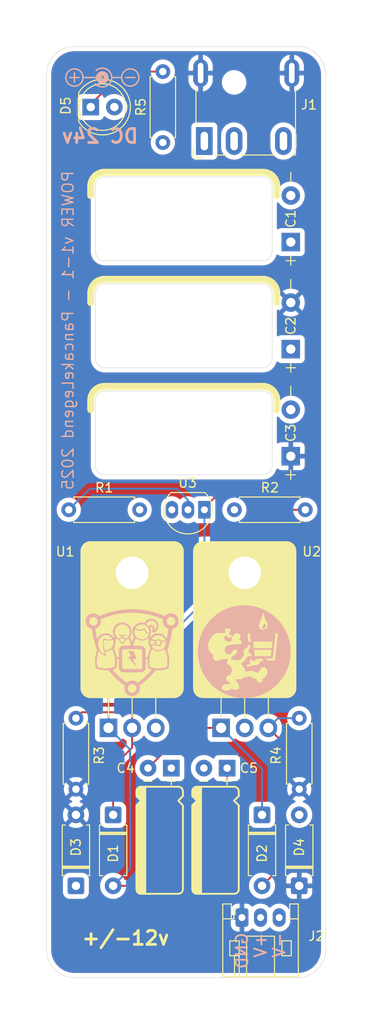
<source format=kicad_pcb>
(kicad_pcb (version 20241229) (generator "pcbnew") (generator_version "9.0")
  (title_block (title "POWER") (date "2025-06-14") (rev "1-1"))
  (layers (0 "F.Cu" signal) (4 "In1.Cu" signal) (6 "In2.Cu" signal) (2 "B.Cu" signal) (13 "F.Paste" user) (15 "B.Paste" user) (5 "F.SilkS" user "F.Silkscreen") (7 "B.SilkS" user "B.Silkscreen") (1 "F.Mask" user) (3 "B.Mask" user) (25 "Edge.Cuts" user))
  (net 0 "")
  (net 1 "VDD")
  (net 2 "VSS")
  (net 3 "GND")
  (net 4 "Net-(D2-A)")
  (net 5 "Net-(D1-K)")
  (net 6 "Net-(D1-A)")
  (net 7 "Net-(D2-K)")
  (net 10 "Net-(D5-K)")
  (footprint "HackSynth:JST_PH_S3B-PH-K_1x03_P2.00mm_Horizontal" (layer "F.Cu") (at 156 143.55)
    (property "Reference" "J2" (at 8 2 0) (layer "F.SilkS"))
    (property "Value" "Conn_01x03_Pin")
    (fp_text user "GND" (at 0 1.5 90) (layer "B.SilkS") (effects (font (size 1.27 1.27) (thickness 0.2)) (justify left mirror)))
    (fp_text user "-V" (at 4 1.5 90) (layer "B.SilkS") (effects (font (size 1.27 1.27) (thickness 0.2)) (justify left mirror)))
    (fp_text user "+V" (at 2 1.5 90) (layer "B.SilkS") (effects (font (size 1.27 1.27) (thickness 0.2)) (justify left mirror)))
    (pad "1" thru_hole roundrect (at 0 0) (size 1.4 2) (drill 0.75) (layers "*.Cu" "*.Mask") (roundrect_rratio 0.208333) (net 3 "GND"))
    (pad "2" thru_hole oval (at 2 0) (size 1.4 2) (drill 0.75) (layers "*.Cu" "*.Mask") (net 1 "VDD"))
    (pad "3" thru_hole oval (at 4 0) (size 1.4 2) (drill 0.75) (layers "*.Cu" "*.Mask") (net 2 "VSS"))
  )
  (footprint "HackSynth:CP_Radial_D10.0mm_P5.00mm_MidMount" (layer "F.Cu") (at 161.25 94 90)
    (property "Reference" "C3" (at 2.5 0 90) (layer "F.SilkS"))
    (property "Value" "25v 1000uF")
    (fp_line (start 6 -21) (end -1 -21) (stroke (width 0.05)) (layer "Edge.Cuts"))
    (fp_line (start -2 -20) (end -2 -3) (stroke (width 0.05)) (layer "Edge.Cuts"))
    (fp_line (start 7 -3) (end 7 -20) (stroke (width 0.05)) (layer "Edge.Cuts"))
    (fp_line (start -1 -2) (end 6 -2) (stroke (width 0.05)) (layer "Edge.Cuts"))
    (fp_arc (start 6 -21) (mid 6.707107 -20.707107) (end 7 -20) (stroke (width 0.05)) (layer "Edge.Cuts"))
    (fp_arc (start -2 -20) (mid -1.707107 -20.707107) (end -1 -21) (stroke (width 0.05)) (layer "Edge.Cuts"))
    (fp_arc (start 7 -3) (mid 6.707107 -2.292893) (end 6 -2) (stroke (width 0.05)) (layer "Edge.Cuts"))
    (fp_arc (start -1 -2) (mid -1.707107 -2.292893) (end -2 -3) (stroke (width 0.05)) (layer "Edge.Cuts"))
    (pad "1" thru_hole rect (at 0 0 90) (size 2 2) (drill 1) (layers "*.Cu" "*.Mask") (net 3 "GND"))
    (pad "2" thru_hole circle (at 5 0 90) (size 2 2) (drill 1) (layers "*.Cu" "*.Mask") (net 2 "VSS"))
  )
  (footprint "HackSynth:LM317 - TO-220-3_Horizontal_TabDown" (layer "F.Cu") (at 144.2 123.18)
    (property "Reference" "U1" (at -7.2 -18.93 0) (layer "F.SilkS"))
    (property "Value" "LM317 TO-220")
    (pad "" np_thru_hole circle (at 0 -16.66) (size 3.5 3.5) (drill 3.5) (layers "*.Cu" "*.Mask"))
    (pad "4" smd custom (at 0 -11.5) (size 1.27 1.27) (layers "F.Cu" "F.Mask" "F.SilkS" "F.Paste") (options (clearance outline) (anchor circle)) (primitives (gr_poly (pts (xy -1.27 -0.4445) (xy -1.255499 -0.517401) (xy -1.214204 -0.579204) (xy -1.152401 -0.620499) (xy -1.0795 -0.635) (xy 1.0795 -0.635) (xy 1.152401 -0.620499) (xy 1.214204 -0.579204) (xy 1.255499 -0.517401) (xy 1.27 -0.4445) (xy 1.27 0.4445) (xy 1.255499 0.517401) (xy 1.214204 0.579204) (xy 1.152401 0.620499) (xy 1.0795 0.635) (xy -1.0795 0.635) (xy -1.152401 0.620499) (xy -1.214204 0.579204) (xy -1.255499 0.517401) (xy -1.27 0.4445)) (width 0) (fill yes)) (gr_poly (pts (xy 4.5 8.25) (xy 5.5 7.25) (xy 5.5 -7.5) (xy 4.5 -8.5) (xy -4.5 -8.5) (xy -5.5 -7.5) (xy -5.5 7.25) (xy -4.5 8.25)) (width 0.1) (fill yes)) (gr_circle (center 4.5 -7.5) (end 5.5 -7.5) (width 0.1) (fill yes)) (gr_circle (center -4.5 -7.5) (end -4.5 -6.5) (width 0.1) (fill yes)) (gr_circle (center -4.5 7.25) (end -4.5 8.25) (width 0.1) (fill yes)) (gr_circle (center 4.5 7.25) (end 5.5 7.25) (width 0.1) (fill yes))))
    (pad "A" thru_hole rect (at -2.54 0) (size 1.905 2) (drill 1.1) (layers "*.Cu" "*.Mask") (net 6 "Net-(D1-A)"))
    (pad "I" thru_hole oval (at 2.54 0) (size 1.905 2) (drill 1.1) (layers "*.Cu" "*.Mask") (net 1 "VDD"))
    (pad "O" thru_hole oval (at 0 0) (size 1.905 2) (drill 1.1) (layers "*.Cu" "*.Mask") (net 5 "Net-(D1-K)"))
  )
  (footprint "HackSynth:CP_Radial_D5.2mm_P2.50mm_LayDown" (layer "F.Cu") (at 147.16 127.5 180)
    (property "Reference" "C4" (at 3.66 0 0) (layer "F.SilkS"))
    (property "Value" "50v 22uF")
    (pad "1" thru_hole rect (at -1.25 0 180) (size 1.8 1.8) (drill 0.8) (layers "*.Cu" "*.Mask") (net 1 "VDD"))
    (pad "2" thru_hole circle (at 1.25 0 180) (size 1.8 1.8) (drill 0.8) (layers "*.Cu" "*.Mask") (net 7 "Net-(D2-K)"))
  )
  (footprint "HackSynth:CP_Radial_D5.2mm_P2.50mm_LayDown" (layer "F.Cu") (at 153.16 127.5 180)
    (property "Reference" "C5" (at -3.59 0 0) (layer "F.SilkS"))
    (property "Value" "50v 22uF")
    (pad "1" thru_hole rect (at -1.25 0 180) (size 1.8 1.8) (drill 0.8) (layers "*.Cu" "*.Mask") (net 6 "Net-(D1-A)"))
    (pad "2" thru_hole circle (at 1.25 0 180) (size 1.8 1.8) (drill 0.8) (layers "*.Cu" "*.Mask") (net 2 "VSS"))
  )
  (footprint "HackSynth:CP_Radial_D10.0mm_P5.00mm_MidMount" (layer "F.Cu") (at 161.25 71 90)
    (property "Reference" "C1" (at 2.5 0 90) (layer "F.SilkS"))
    (property "Value" "50v 450uF")
    (fp_line (start 6 -21) (end -1 -21) (stroke (width 0.05)) (layer "Edge.Cuts"))
    (fp_line (start -2 -20) (end -2 -3) (stroke (width 0.05)) (layer "Edge.Cuts"))
    (fp_line (start 7 -3) (end 7 -20) (stroke (width 0.05)) (layer "Edge.Cuts"))
    (fp_line (start -1 -2) (end 6 -2) (stroke (width 0.05)) (layer "Edge.Cuts"))
    (fp_arc (start 6 -21) (mid 6.707107 -20.707107) (end 7 -20) (stroke (width 0.05)) (layer "Edge.Cuts"))
    (fp_arc (start -2 -20) (mid -1.707107 -20.707107) (end -1 -21) (stroke (width 0.05)) (layer "Edge.Cuts"))
    (fp_arc (start 7 -3) (mid 6.707107 -2.292893) (end 6 -2) (stroke (width 0.05)) (layer "Edge.Cuts"))
    (fp_arc (start -1 -2) (mid -1.707107 -2.292893) (end -2 -3) (stroke (width 0.05)) (layer "Edge.Cuts"))
    (pad "1" thru_hole rect (at 0 0 90) (size 2 2) (drill 1) (layers "*.Cu" "*.Mask") (net 1 "VDD"))
    (pad "2" thru_hole circle (at 5 0 90) (size 2 2) (drill 1) (layers "*.Cu" "*.Mask") (net 2 "VSS"))
  )
  (footprint "Diode_THT:D_A-405_P7.62mm_Horizontal" (layer "F.Cu") (at 158.16 132.52 -90)
    (property "Reference" "D2" (at 4.14 0 90) (layer "F.SilkS"))
    (property "Value" "1N4002")
    (pad "1" thru_hole roundrect (at 0 0 270) (size 1.8 1.8) (drill 0.9) (layers "*.Cu" "*.Mask") (roundrect_rratio 0.138889) (net 7 "Net-(D2-K)"))
    (pad "2" thru_hole circle (at 7.62 0 270) (size 1.8 1.8) (drill 0.9) (layers "*.Cu" "*.Mask") (net 4 "Net-(D2-A)"))
  )
  (footprint "Diode_THT:D_A-405_P7.62mm_Horizontal" (layer "F.Cu") (at 162.16 140.14 90)
    (property "Reference" "D4" (at 4.14 0 270) (layer "F.SilkS"))
    (property "Value" "1N4002")
    (pad "1" thru_hole roundrect (at 0 0 90) (size 1.8 1.8) (drill 0.9) (layers "*.Cu" "*.Mask") (roundrect_rratio 0.138889) (net 3 "GND"))
    (pad "2" thru_hole circle (at 7.62 0 90) (size 1.8 1.8) (drill 0.9) (layers "*.Cu" "*.Mask") (net 2 "VSS"))
  )
  (footprint "HackSynth:BarrelJack_DC044A" (layer "F.Cu") (at 151.96 60.15 180)
    (property "Reference" "J1" (at -12.2 3.9 0) (layer "F.SilkS") (effects (justify right)))
    (property "Value" "Barrel_Jack_Switch_MountingPin")
    (pad "" np_thru_hole circle (at -3.2 6.3) (size 2.13 2.13) (drill 2.13) (layers "F&B.Cu" "*.Mask"))
    (pad "1" thru_hole oval (at -8.5 0) (size 1.8 3) (drill oval 0.8 2) (layers "*.Cu" "*.Mask") (net 1 "VDD"))
    (pad "2" thru_hole rect (at 0 0) (size 1.8 3) (drill oval 0.8 2) (layers "*.Cu" "*.Mask") (net 2 "VSS"))
    (pad "3" thru_hole oval (at -3.2 0) (size 1.8 3) (drill oval 0.8 2) (layers "*.Cu" "*.Mask"))
    (pad "SH" thru_hole oval (at -9.4 7.3) (size 1.6 3) (drill oval 0.6 2.2) (layers "*.Cu" "*.Mask") (net 3 "GND"))
    (pad "SH" thru_hole oval (at 0.4 7.3) (size 1.6 3) (drill oval 0.6 2.2) (layers "*.Cu" "*.Mask") (net 3 "GND"))
  )
  (footprint "Resistor_THT:R_Axial_DIN0207_L6.3mm_D2.5mm_P7.62mm_Horizontal" (layer "F.Cu") (at 138.16 129.76 90)
    (property "Reference" "R3" (at 3.62 2.5 90) (layer "F.SilkS"))
    (property "Value" "1Ω")
    (pad "1" thru_hole circle (at 0 0 90) (size 1.6 1.6) (drill 0.8) (layers "*.Cu" "*.Mask") (net 3 "GND"))
    (pad "2" thru_hole circle (at 7.62 0 90) (size 1.6 1.6) (drill 0.8) (layers "*.Cu" "*.Mask") (net 5 "Net-(D1-K)"))
  )
  (footprint "HackSynth:CP_Radial_D10.0mm_P5.00mm_MidMount" (layer "F.Cu") (at 161.25 82.5 90)
    (property "Reference" "C2" (at 2.5 0 90) (layer "F.SilkS"))
    (property "Value" "25v 1000uF")
    (fp_line (start 6 -21) (end -1 -21) (stroke (width 0.05)) (layer "Edge.Cuts"))
    (fp_line (start -2 -20) (end -2 -3) (stroke (width 0.05)) (layer "Edge.Cuts"))
    (fp_line (start 7 -3) (end 7 -20) (stroke (width 0.05)) (layer "Edge.Cuts"))
    (fp_line (start -1 -2) (end 6 -2) (stroke (width 0.05)) (layer "Edge.Cuts"))
    (fp_arc (start 6 -21) (mid 6.707107 -20.707107) (end 7 -20) (stroke (width 0.05)) (layer "Edge.Cuts"))
    (fp_arc (start -2 -20) (mid -1.707107 -20.707107) (end -1 -21) (stroke (width 0.05)) (layer "Edge.Cuts"))
    (fp_arc (start 7 -3) (mid 6.707107 -2.292893) (end 6 -2) (stroke (width 0.05)) (layer "Edge.Cuts"))
    (fp_arc (start -1 -2) (mid -1.707107 -2.292893) (end -2 -3) (stroke (width 0.05)) (layer "Edge.Cuts"))
    (pad "1" thru_hole rect (at 0 0 90) (size 2 2) (drill 1) (layers "*.Cu" "*.Mask") (net 1 "VDD"))
    (pad "2" thru_hole circle (at 5 0 90) (size 2 2) (drill 1) (layers "*.Cu" "*.Mask") (net 3 "GND"))
  )
  (footprint "Resistor_THT:R_Axial_DIN0207_L6.3mm_D2.5mm_P7.62mm_Horizontal" (layer "F.Cu") (at 155.19 99.75)
    (property "Reference" "R2" (at 3.81 -2.37 0) (layer "F.SilkS"))
    (property "Value" "5.6k")
    (pad "1" thru_hole circle (at 0 0) (size 1.6 1.6) (drill 0.8) (layers "*.Cu" "*.Mask") (net 2 "VSS"))
    (pad "2" thru_hole circle (at 7.62 0) (size 1.6 1.6) (drill 0.8) (layers "*.Cu" "*.Mask") (net 6 "Net-(D1-A)"))
  )
  (footprint "HackSynth:TO-92_Inline - Handsolder" (layer "F.Cu") (at 151.470001 99.75 180)
    (property "Reference" "U3" (at 1.310001 2.88 180) (layer "F.SilkS"))
    (property "Value" "LM336Z-2.5v")
    (pad "1" thru_hole rect (at -0.5 0 180) (size 1.35 1.9) (drill 0.75) (layers "*.Cu" "*.Mask") (net 6 "Net-(D1-A)"))
    (pad "2" thru_hole oval (at 1.27 0 180) (size 1.35 1.9) (drill 0.75) (layers "*.Cu" "*.Mask") (net 7 "Net-(D2-K)"))
    (pad "3" thru_hole oval (at 3 0 180) (size 1.35 1.9) (drill 0.75) (layers "*.Cu" "*.Mask"))
  )
  (footprint "Resistor_THT:R_Axial_DIN0207_L6.3mm_D2.5mm_P7.62mm_Horizontal" (layer "F.Cu") (at 137.39 99.75)
    (property "Reference" "R1" (at 3.81 -2.37 0) (layer "F.SilkS"))
    (property "Value" "5.6k")
    (pad "1" thru_hole circle (at 0 0) (size 1.6 1.6) (drill 0.8) (layers "*.Cu" "*.Mask") (net 7 "Net-(D2-K)"))
    (pad "2" thru_hole circle (at 7.62 0) (size 1.6 1.6) (drill 0.8) (layers "*.Cu" "*.Mask") (net 1 "VDD"))
  )
  (footprint "Resistor_THT:R_Axial_DIN0207_L6.3mm_D2.5mm_P7.62mm_Horizontal" (layer "F.Cu") (at 162.16 122.14 -90)
    (property "Reference" "R4" (at 4 2.5 90) (layer "F.SilkS"))
    (property "Value" "1Ω")
    (pad "1" thru_hole circle (at 0 0 270) (size 1.6 1.6) (drill 0.8) (layers "*.Cu" "*.Mask") (net 4 "Net-(D2-A)"))
    (pad "2" thru_hole circle (at 7.62 0 270) (size 1.6 1.6) (drill 0.8) (layers "*.Cu" "*.Mask") (net 3 "GND"))
  )
  (footprint "HackSynth:LM337 - TO-220-3_Horizontal_TabDown" (layer "F.Cu") (at 156.300002 123.18)
    (property "Reference" "U2" (at 7.199998 -18.93 0) (layer "F.SilkS"))
    (property "Value" "LM337 TO-220")
    (pad "" np_thru_hole circle (at 0 -16.66) (size 3.5 3.5) (drill 3.5) (layers "*.Cu" "*.Mask"))
    (pad "4" smd custom (at 0 -11.5) (size 1.27 1.27) (layers "F.Cu" "F.Mask" "F.SilkS" "F.Paste") (options (clearance outline) (anchor circle)) (primitives (gr_poly (pts (xy -1.27 -0.4445) (xy -1.255499 -0.517401) (xy -1.214204 -0.579204) (xy -1.152401 -0.620499) (xy -1.0795 -0.635) (xy 1.0795 -0.635) (xy 1.152401 -0.620499) (xy 1.214204 -0.579204) (xy 1.255499 -0.517401) (xy 1.27 -0.4445) (xy 1.27 0.4445) (xy 1.255499 0.517401) (xy 1.214204 0.579204) (xy 1.152401 0.620499) (xy 1.0795 0.635) (xy -1.0795 0.635) (xy -1.152401 0.620499) (xy -1.214204 0.579204) (xy -1.255499 0.517401) (xy -1.27 0.4445)) (width 0) (fill yes)) (gr_poly (pts (xy 4.5 8.25) (xy 5.5 7.25) (xy 5.5 -7.5) (xy 4.5 -8.5) (xy -4.5 -8.5) (xy -5.5 -7.5) (xy -5.5 7.25) (xy -4.5 8.25)) (width 0.1) (fill yes)) (gr_circle (center 4.5 -7.5) (end 5.5 -7.5) (width 0.1) (fill yes)) (gr_circle (center -4.5 -7.5) (end -4.5 -6.5) (width 0.1) (fill yes)) (gr_circle (center -4.5 7.25) (end -4.5 8.25) (width 0.1) (fill yes)) (gr_circle (center 4.5 7.25) (end 5.5 7.25) (width 0.1) (fill yes))))
    (pad "A" thru_hole rect (at -2.54 0) (size 1.905 2) (drill 1.1) (layers "*.Cu" "*.Mask") (net 7 "Net-(D2-K)"))
    (pad "I" thru_hole oval (at 0 0) (size 1.905 2) (drill 1.1) (layers "*.Cu" "*.Mask") (net 2 "VSS"))
    (pad "O" thru_hole oval (at 2.54 0) (size 1.905 2) (drill 1.1) (layers "*.Cu" "*.Mask") (net 4 "Net-(D2-A)"))
  )
  (footprint "Resistor_THT:R_Axial_DIN0207_L6.3mm_D2.5mm_P7.62mm_Horizontal" (layer "F.Cu") (at 147.5 60.31 90)
    (property "Reference" "R5" (at 3.81 -2.37 90) (layer "F.SilkS"))
    (property "Value" "1.1k")
    (pad "1" thru_hole circle (at 0 0 90) (size 1.6 1.6) (drill 0.8) (layers "*.Cu" "*.Mask") (net 2 "VSS"))
    (pad "2" thru_hole circle (at 7.62 0 90) (size 1.6 1.6) (drill 0.8) (layers "*.Cu" "*.Mask") (net 10 "Net-(D5-K)"))
  )
  (footprint "HackSynth:LED_D5.0mm" (layer "F.Cu") (at 139.75 56.5)
    (property "Reference" "D5" (at -2.676186 -0.143653 90) (layer "F.SilkS"))
    (property "Value" "LED")
    (pad "1" thru_hole rect (at 0 0) (size 1.8 1.8) (drill 0.9) (layers "*.Cu" "*.Mask") (net 10 "Net-(D5-K)"))
    (pad "2" thru_hole circle (at 2.54 0) (size 1.8 1.8) (drill 0.9) (layers "*.Cu" "*.Mask") (net 1 "VDD"))
  )
  (footprint "Diode_THT:D_A-405_P7.62mm_Horizontal" (layer "F.Cu") (at 138.16 140.14 90)
    (property "Reference" "D3" (at 4.14 0 270) (layer "F.SilkS"))
    (property "Value" "1N4002")
    (pad "1" thru_hole roundrect (at 0 0 90) (size 1.8 1.8) (drill 0.9) (layers "*.Cu" "*.Mask") (roundrect_rratio 0.138889) (net 1 "VDD"))
    (pad "2" thru_hole circle (at 7.62 0 90) (size 1.8 1.8) (drill 0.9) (layers "*.Cu" "*.Mask") (net 3 "GND"))
  )
  (footprint "HackSynth:Module 30x100mm" (layer "F.Cu") (at 150 100)
    (property "Reference" "REF**" (hide yes))
    (property "Value" "Untitled" (hide yes))
    (fp_line (start -14.999999 -47) (end -15 47) (stroke (width 0.05)) (layer "Edge.Cuts"))
    (fp_line (start -12 49.999999) (end 12 50) (stroke (width 0.05)) (layer "Edge.Cuts"))
    (fp_line (start 12 -50) (end -12 -50) (stroke (width 0.05)) (layer "Edge.Cuts"))
    (fp_line (start 15 47) (end 15 -47) (stroke (width 0.05)) (layer "Edge.Cuts"))
    (fp_arc (start -15 -47) (mid -14.12132 -49.12132) (end -12 -50) (stroke (width 0.05)) (layer "Edge.Cuts"))
    (fp_arc (start -12 50) (mid -14.12132 49.12132) (end -15 47) (stroke (width 0.05)) (layer "Edge.Cuts"))
    (fp_arc (start 12 -50) (mid 14.12132 -49.12132) (end 15 -47) (stroke (width 0.05)) (layer "Edge.Cuts"))
    (fp_arc (start 15 47) (mid 14.12132 49.12132) (end 12 50) (stroke (width 0.05)) (layer "Edge.Cuts"))
  )
  (footprint "Diode_THT:D_A-405_P7.62mm_Horizontal" (layer "F.Cu") (at 142.16 132.52 -90)
    (property "Reference" "D1" (at 4.14 0 90) (layer "F.SilkS"))
    (property "Value" "1N4002")
    (pad "1" thru_hole roundrect (at 0 0 270) (size 1.8 1.8) (drill 0.9) (layers "*.Cu" "*.Mask") (roundrect_rratio 0.138889) (net 5 "Net-(D1-K)"))
    (pad "2" thru_hole circle (at 7.62 0 270) (size 1.8 1.8) (drill 0.9) (layers "*.Cu" "*.Mask") (net 6 "Net-(D1-A)"))
  )
  (footprint "HackSynth:PancakeLegend Logo - 10mm" (layer "B.Cu") (at 156.25 115 180)
    (property "Reference" "Ref**" (hide yes))
    (property "Value" "Val**" (hide yes))
  )
  (footprint "HackSynth:CCHS Logo - 10mm" (layer "B.Cu") (at 144.2 115.1 180)
    (property "Reference" "Ref**" (hide yes))
    (property "Value" "Val**" (hide yes))
  )
  (footprint "Symbol:Symbol_Barrel_Polarity" (layer "B.Cu") (at 141 53.25 180)
    (property "Reference" "REF**" (hide yes))
    (property "Value" "Symbol_Barrel_Polarity")
  )
  (gr_line (start 144.5 53.325) (end 143.5 53.325) (stroke (width 0.15)) (layer "B.SilkS"))
  (gr_line (start 138.5 53.325) (end 137.5 53.325) (stroke (width 0.15)) (layer "B.SilkS"))
  (gr_line (start 138 52.824999) (end 138 53.825) (stroke (width 0.15)) (layer "B.SilkS"))
  (gr_text "+/-12v" (at 143.5 146.62868 0) (layer "F.SilkS") (effects (font (size 1.5 1.5) (thickness 0.3) (bold yes)) (justify bottom)))
  (gr_text "POWER v1-1 - PancakeLegend 2025" (at 138 63.25 90) (layer "B.SilkS") (effects (font (size 1.2 1.2)) (justify left bottom mirror)))
  (gr_text "DC 24v" (at 140.75 60.5 0) (layer "B.SilkS") (effects (font (size 1.5 1.5) (thickness 0.3) (bold yes)) (justify bottom mirror)))
  (segment (start 160 124.339998) (end 158.840002 123.18) (width 0.2) (layer "F.Cu") (net 4))
  (segment (start 158.16 140.14) (end 160 138.3) (width 0.2) (layer "F.Cu") (net 4))
  (segment (start 160 138.3) (end 160 124.339998) (width 0.2) (layer "F.Cu") (net 4))
  (segment (start 162.16 122.14) (end 159.880002 122.14) (width 0.2) (layer "B.Cu") (net 4))
  (segment (start 159.880002 122.14) (end 158.840002 123.18) (width 0.2) (layer "B.Cu") (net 4))
  (segment (start 144.2 121.7) (end 144 121.5) (width 0.2) (layer "F.Cu") (net 5))
  (segment (start 142.16 127.34) (end 142.16 132.52) (width 0.2) (layer "F.Cu") (net 5))
  (segment (start 144 121.5) (end 138.8 121.5) (width 0.2) (layer "F.Cu") (net 5))
  (segment (start 144.2 123.18) (end 144.2 121.7) (width 0.2) (layer "F.Cu") (net 5))
  (segment (start 144.2 123.18) (end 144.2 125.3) (width 0.2) (layer "F.Cu") (net 5))
  (segment (start 144.2 125.3) (end 142.16 127.34) (width 0.2) (layer "F.Cu") (net 5))
  (segment (start 138.8 121.5) (end 138.16 122.14) (width 0.2) (layer "F.Cu") (net 5))
  (segment (start 159.25 99.75) (end 157 97.5) (width 0.2) (layer "F.Cu") (net 6))
  (segment (start 154.41 131.09) (end 145.36 140.14) (width 0.2) (layer "F.Cu") (net 6))
  (segment (start 162.81 99.75) (end 159.25 99.75) (width 0.2) (layer "F.Cu") (net 6))
  (segment (start 151.970001 99.75) (end 151.970001 100.470001) (width 0.2) (layer "F.Cu") (net 6))
  (segment (start 154.41 127.5) (end 154.41 131.09) (width 0.2) (layer "F.Cu") (net 6))
  (segment (start 157 97.5) (end 154 97.5) (width 0.2) (layer "F.Cu") (net 6))
  (segment (start 154 97.5) (end 151.970001 99.529999) (width 0.2) (layer "F.Cu") (net 6))
  (segment (start 145.36 140.14) (end 142.16 140.14) (width 0.2) (layer "F.Cu") (net 6))
  (segment (start 151.970001 99.529999) (end 151.970001 99.75) (width 0.2) (layer "F.Cu") (net 6))
  (segment (start 151.970001 99.75) (end 151.970001 109.529999) (width 0.2) (layer "B.Cu") (net 6))
  (segment (start 141.66 119.84) (end 141.66 123.18) (width 0.2) (layer "B.Cu") (net 6))
  (segment (start 151.970001 109.529999) (end 141.66 119.84) (width 0.2) (layer "B.Cu") (net 6))
  (segment (start 141.66 123.18) (end 143.98 125.5) (width 0.2) (layer "B.Cu") (net 6))
  (segment (start 142.16 140.14) (end 143.98 138.32) (width 0.2) (layer "B.Cu") (net 6))
  (segment (start 143.98 138.32) (end 143.98 125.5) (width 0.2) (layer "B.Cu") (net 6))
  (segment (start 153.760002 123.18) (end 150.23 123.18) (width 0.2) (layer "F.Cu") (net 7))
  (segment (start 150.23 123.18) (end 145.91 127.5) (width 0.2) (layer "F.Cu") (net 7))
  (segment (start 150.200001 98.700001) (end 150.200001 99.75) (width 0.2) (layer "B.Cu") (net 7))
  (segment (start 149 97.5) (end 150.200001 98.700001) (width 0.2) (layer "B.Cu") (net 7))
  (segment (start 139.64 97.5) (end 149 97.5) (width 0.2) (layer "B.Cu") (net 7))
  (segment (start 158.16 127.579998) (end 153.760002 123.18) (width 0.2) (layer "B.Cu") (net 7))
  (segment (start 158.16 132.52) (end 158.16 127.579998) (width 0.2) (layer "B.Cu") (net 7))
  (segment (start 137.39 99.75) (end 139.64 97.5) (width 0.2) (layer "B.Cu") (net 7))
  (segment (start 139.46 56.5) (end 143.27 52.69) (width 0.2) (layer "F.Cu") (net 10))
  (segment (start 143.27 52.69) (end 147.5 52.69) (width 0.2) (layer "F.Cu") (net 10))
  (zone (net 3) (net_name "GND") (layer "F.Cu") (connect_pads (clearance 0.5)) (min_thickness 0.25) (fill yes (thermal_gap 0.5) (thermal_bridge_width 0.5) (island_removal_mode 1) (island_area_min 10))
    (polygon (pts (xy 130 45) (xy 167 45) (xy 167 152) (xy 130 152)))
  )
  (zone (net 3) (net_name "GND") (layer "B.Cu") (priority 1) (connect_pads (clearance 0.5)) (min_thickness 0.25) (fill yes (thermal_gap 0.5) (thermal_bridge_width 0.5) (island_removal_mode 1) (island_area_min 10))
    (polygon (pts (xy 131 46) (xy 168 46) (xy 168 153) (xy 131 153)))
  )
)
</source>
